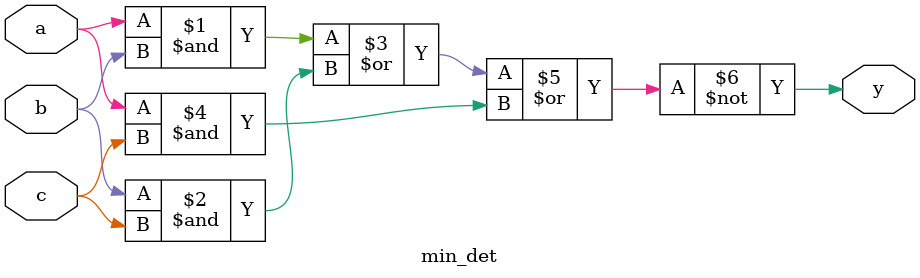
<source format=v>
`timescale 1ns / 1ps
module min_det(a,b,c,y);
input a,b,c;
output y;
assign y=~((a&b)|(b&c)|(a&c));
endmodule

</source>
